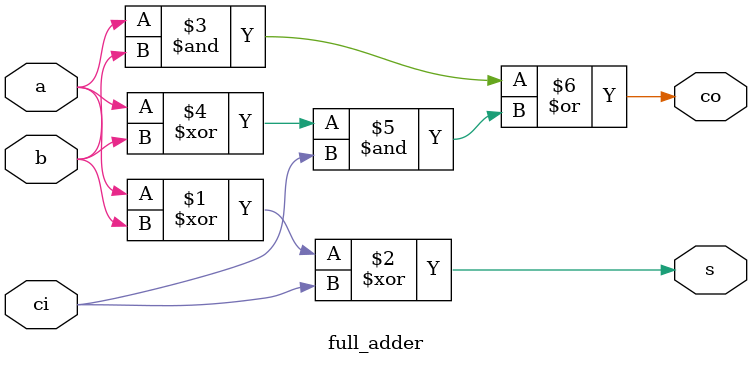
<source format=v>
module full_adder (
    a, b, ci, s, co
);
output co;
output s;
input a;
input b;
input ci;
    assign s = a ^ b ^ ci;
    assign co = (a & b) | ((a ^ b) & ci);
endmodule
</source>
